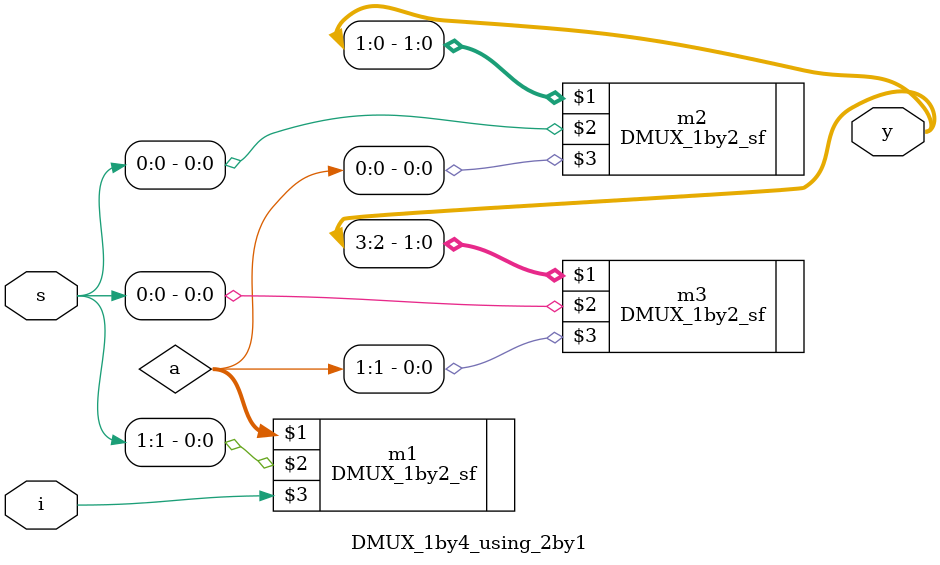
<source format=v>
`timescale 1ns / 1ps


module DMUX_1by4_using_2by1(y,s,i);
input i;
input [1:0]s;
output [3:0]y;

wire [1:0]a;

DMUX_1by2_sf m1(a,s[1],i);
DMUX_1by2_sf m2(y[1:0],s[0],a[0]);
DMUX_1by2_sf m3(y[3:2],s[0],a[1]);

endmodule


</source>
